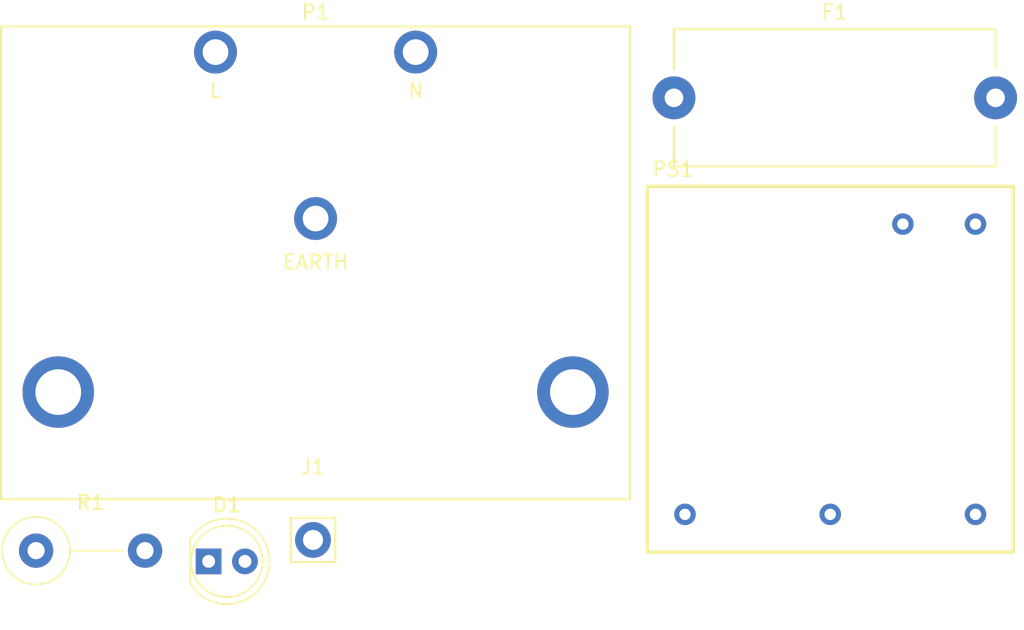
<source format=kicad_pcb>
(kicad_pcb (version 20171130) (host pcbnew "(5.1.4)-1")

  (general
    (thickness 1.6)
    (drawings 0)
    (tracks 0)
    (zones 0)
    (modules 6)
    (nets 8)
  )

  (page A4)
  (layers
    (0 F.Cu signal)
    (31 B.Cu signal)
    (32 B.Adhes user)
    (33 F.Adhes user)
    (34 B.Paste user)
    (35 F.Paste user)
    (36 B.SilkS user)
    (37 F.SilkS user)
    (38 B.Mask user)
    (39 F.Mask user)
    (40 Dwgs.User user)
    (41 Cmts.User user)
    (42 Eco1.User user)
    (43 Eco2.User user)
    (44 Edge.Cuts user)
    (45 Margin user)
    (46 B.CrtYd user)
    (47 F.CrtYd user)
    (48 B.Fab user)
    (49 F.Fab user)
  )

  (setup
    (last_trace_width 0.25)
    (trace_clearance 0.2)
    (zone_clearance 0.508)
    (zone_45_only no)
    (trace_min 0.2)
    (via_size 0.8)
    (via_drill 0.4)
    (via_min_size 0.4)
    (via_min_drill 0.3)
    (uvia_size 0.3)
    (uvia_drill 0.1)
    (uvias_allowed no)
    (uvia_min_size 0.2)
    (uvia_min_drill 0.1)
    (edge_width 0.1)
    (segment_width 0.2)
    (pcb_text_width 0.3)
    (pcb_text_size 1.5 1.5)
    (mod_edge_width 0.15)
    (mod_text_size 1 1)
    (mod_text_width 0.15)
    (pad_size 1.524 1.524)
    (pad_drill 0.762)
    (pad_to_mask_clearance 0)
    (aux_axis_origin 0 0)
    (visible_elements 7FFFFFFF)
    (pcbplotparams
      (layerselection 0x010fc_ffffffff)
      (usegerberextensions false)
      (usegerberattributes false)
      (usegerberadvancedattributes false)
      (creategerberjobfile false)
      (excludeedgelayer true)
      (linewidth 0.100000)
      (plotframeref false)
      (viasonmask false)
      (mode 1)
      (useauxorigin false)
      (hpglpennumber 1)
      (hpglpenspeed 20)
      (hpglpendiameter 15.000000)
      (psnegative false)
      (psa4output false)
      (plotreference true)
      (plotvalue true)
      (plotinvisibletext false)
      (padsonsilk false)
      (subtractmaskfromsilk false)
      (outputformat 1)
      (mirror false)
      (drillshape 1)
      (scaleselection 1)
      (outputdirectory ""))
  )

  (net 0 "")
  (net 1 "Net-(D1-Pad2)")
  (net 2 GND)
  (net 3 "Net-(F1-Pad2)")
  (net 4 +5V)
  (net 5 "Net-(J1-Pad1)")
  (net 6 "Net-(P1-Pad1)")
  (net 7 "Net-(P1-Pad2)")

  (net_class Default "This is the default net class."
    (clearance 0.2)
    (trace_width 0.25)
    (via_dia 0.8)
    (via_drill 0.4)
    (uvia_dia 0.3)
    (uvia_drill 0.1)
    (add_net +5V)
    (add_net GND)
    (add_net "Net-(D1-Pad2)")
    (add_net "Net-(F1-Pad2)")
    (add_net "Net-(J1-Pad1)")
    (add_net "Net-(P1-Pad1)")
    (add_net "Net-(P1-Pad2)")
  )

  (module Resistor_THT:R_Axial_DIN0414_L11.9mm_D4.5mm_P7.62mm_Vertical (layer F.Cu) (tedit 5AE5139B) (tstamp 5D65F3F1)
    (at 147.2515 125.996)
    (descr "Resistor, Axial_DIN0414 series, Axial, Vertical, pin pitch=7.62mm, 2W, length*diameter=11.9*4.5mm^2, http://www.vishay.com/docs/20128/wkxwrx.pdf")
    (tags "Resistor Axial_DIN0414 series Axial Vertical pin pitch 7.62mm 2W length 11.9mm diameter 4.5mm")
    (path /5D671357/5D65D401)
    (fp_text reference R1 (at 3.81 -3.37) (layer F.SilkS)
      (effects (font (size 1 1) (thickness 0.15)))
    )
    (fp_text value R (at 3.81 3.37) (layer F.Fab)
      (effects (font (size 1 1) (thickness 0.15)))
    )
    (fp_text user %R (at 3.81 -3.37) (layer F.Fab)
      (effects (font (size 1 1) (thickness 0.15)))
    )
    (fp_line (start 9.07 -2.5) (end -2.5 -2.5) (layer F.CrtYd) (width 0.05))
    (fp_line (start 9.07 2.5) (end 9.07 -2.5) (layer F.CrtYd) (width 0.05))
    (fp_line (start -2.5 2.5) (end 9.07 2.5) (layer F.CrtYd) (width 0.05))
    (fp_line (start -2.5 -2.5) (end -2.5 2.5) (layer F.CrtYd) (width 0.05))
    (fp_line (start 2.37 0) (end 6.12 0) (layer F.SilkS) (width 0.12))
    (fp_line (start 0 0) (end 7.62 0) (layer F.Fab) (width 0.1))
    (fp_circle (center 0 0) (end 2.37 0) (layer F.SilkS) (width 0.12))
    (fp_circle (center 0 0) (end 2.25 0) (layer F.Fab) (width 0.1))
    (pad 2 thru_hole oval (at 7.62 0) (size 2.4 2.4) (drill 1.2) (layers *.Cu *.Mask)
      (net 4 +5V))
    (pad 1 thru_hole circle (at 0 0) (size 2.4 2.4) (drill 1.2) (layers *.Cu *.Mask)
      (net 1 "Net-(D1-Pad2)"))
    (model ${KISYS3DMOD}/Resistor_THT.3dshapes/R_Axial_DIN0414_L11.9mm_D4.5mm_P7.62mm_Vertical.wrl
      (at (xyz 0 0 0))
      (scale (xyz 1 1 1))
      (rotate (xyz 0 0 0))
    )
  )

  (module Traco:Traco_TMPS_05 (layer F.Cu) (tedit 5D659DCB) (tstamp 5D65F3E2)
    (at 202.8015 113.296)
    (path /5D671357/5D65A404)
    (fp_text reference PS1 (at -11 -14) (layer F.SilkS)
      (effects (font (size 1 1) (thickness 0.15)))
    )
    (fp_text value TMPS_05 (at 0 -14) (layer F.Fab)
      (effects (font (size 1 1) (thickness 0.15)))
    )
    (fp_line (start 12.8 -12.8) (end 12.8 12.8) (layer F.SilkS) (width 0.25))
    (fp_line (start -12.8 -12.8) (end -12.8 12.8) (layer F.SilkS) (width 0.25))
    (fp_line (start -12.8 12.8) (end 12.8 12.8) (layer F.SilkS) (width 0.25))
    (fp_line (start -12.8 -12.8) (end 12.8 -12.8) (layer F.SilkS) (width 0.25))
    (pad 3 thru_hole circle (at -10.16 10.16) (size 1.5 1.5) (drill 0.8) (layers *.Cu *.Mask)
      (net 2 GND))
    (pad 4 thru_hole circle (at 0 10.16) (size 1.5 1.5) (drill 0.8) (layers *.Cu *.Mask))
    (pad 5 thru_hole circle (at 10.16 10.16) (size 1.5 1.5) (drill 0.8) (layers *.Cu *.Mask)
      (net 6 "Net-(P1-Pad1)"))
    (pad 2 thru_hole circle (at 5.08 -10.16) (size 1.5 1.5) (drill 0.8) (layers *.Cu *.Mask)
      (net 3 "Net-(F1-Pad2)"))
    (pad 1 thru_hole circle (at 10.16 -10.16) (size 1.5 1.5) (drill 0.8) (layers *.Cu *.Mask))
    (model ${BBLIB_3D_NONFREE}/Traco.3dshapes/tmps05.stp
      (offset (xyz 0 0 16.7))
      (scale (xyz 1 1 1))
      (rotate (xyz 0 180 -90))
    )
  )

  (module Bulgin:PF0030PC (layer F.Cu) (tedit 5D55DAAA) (tstamp 5D65F3D5)
    (at 166.8015 106.796)
    (path /5D671357/5D67148B)
    (fp_text reference P1 (at 0 -18.5) (layer F.SilkS)
      (effects (font (size 1 1) (thickness 0.15)))
    )
    (fp_text value Conn_WallPlug_Earth (at 0 5.5) (layer F.Fab)
      (effects (font (size 1 1) (thickness 0.15)))
    )
    (fp_text user EARTH (at 0 -1) (layer F.SilkS)
      (effects (font (size 1 1) (thickness 0.15)))
    )
    (fp_text user N (at 7 -13) (layer F.SilkS)
      (effects (font (size 1 1) (thickness 0.15)))
    )
    (fp_text user L (at -7 -13) (layer F.SilkS)
      (effects (font (size 1 1) (thickness 0.15)))
    )
    (fp_line (start 22 15.6) (end 22 -17.5) (layer F.SilkS) (width 0.15))
    (fp_line (start -22 -17.5) (end -22 15.6) (layer F.SilkS) (width 0.15))
    (fp_line (start -22 15.6) (end 22 15.6) (layer F.SilkS) (width 0.15))
    (fp_line (start -22 -17.5) (end 22 -17.5) (layer F.SilkS) (width 0.15))
    (pad "" np_thru_hole circle (at -18 8.1) (size 5 5) (drill 3.2) (layers *.Cu *.Mask))
    (pad "" np_thru_hole circle (at 18 8.1) (size 5 5) (drill 3.2) (layers *.Cu *.Mask))
    (pad 3 thru_hole circle (at 0 -4.05) (size 3 3) (drill 1.8) (layers *.Cu *.Mask)
      (net 5 "Net-(J1-Pad1)"))
    (pad 1 thru_hole circle (at -7 -15.7) (size 3 3) (drill 1.8) (layers *.Cu *.Mask)
      (net 6 "Net-(P1-Pad1)"))
    (pad 2 thru_hole circle (at 7 -15.7) (size 3 3) (drill 1.8) (layers *.Cu *.Mask)
      (net 7 "Net-(P1-Pad2)"))
    (model ${BBLIB_3D_NONFREE}/Bulgin.3dshapes/PF0030PC.step
      (offset (xyz 0 -13.7 18.8))
      (scale (xyz 1 1 1))
      (rotate (xyz 0 0 90))
    )
  )

  (module Collection:Terminal_Pin_D1.3_L10.0_PL4.0 (layer F.Cu) (tedit 5D58969B) (tstamp 5D65F3C5)
    (at 166.6215 125.246)
    (descr "Through hole pin header")
    (tags "pin header")
    (path /5D671357/5D65EE89)
    (fp_text reference J1 (at 0 -5.1) (layer F.SilkS)
      (effects (font (size 1 1) (thickness 0.15)))
    )
    (fp_text value Earth (at 0 -3.1) (layer F.Fab)
      (effects (font (size 1 1) (thickness 0.15)))
    )
    (fp_line (start -1.55 1.55) (end 1.55 1.55) (layer F.SilkS) (width 0.15))
    (fp_line (start -1.55 -1.55) (end 1.55 -1.55) (layer F.SilkS) (width 0.15))
    (fp_line (start -1.55 1.55) (end -1.55 -1.55) (layer F.SilkS) (width 0.15))
    (fp_line (start -1.75 1.75) (end 1.75 1.75) (layer F.CrtYd) (width 0.05))
    (fp_line (start -1.75 -1.75) (end 1.75 -1.75) (layer F.CrtYd) (width 0.05))
    (fp_line (start 1.75 -1.75) (end 1.75 1.75) (layer F.CrtYd) (width 0.05))
    (fp_line (start -1.75 -1.75) (end -1.75 1.75) (layer F.CrtYd) (width 0.05))
    (fp_line (start 1.55 -1.55) (end 1.55 1.55) (layer F.SilkS) (width 0.15))
    (pad 1 thru_hole circle (at 0 0) (size 2.5 2.5) (drill 1.4) (layers *.Cu *.Mask)
      (net 5 "Net-(J1-Pad1)"))
    (model ${BBLIB_3D}/Collection.3dshapes/Terminal_Pin_D1.3_L10.0_PL4.0.step
      (offset (xyz 0 0 -4))
      (scale (xyz 1 1 1))
      (rotate (xyz 0 0 90))
    )
  )

  (module Schurter:Fuse_holder_20x5_22.5 (layer F.Cu) (tedit 5D647810) (tstamp 5D65F3B8)
    (at 191.86746 94.296)
    (descr http://www.schurter.com/var/schurter/storage/ilcatalogue/files/document/datasheet/en/pdf/typ_OGN.pdf)
    (tags "Fuseholder horizontal open 5x20 Schurter 0031.8201")
    (path /5D671357/5D65C135)
    (fp_text reference F1 (at 11.25 -6) (layer F.SilkS)
      (effects (font (size 1 1) (thickness 0.15)))
    )
    (fp_text value Fuse (at 11.25 6) (layer F.Fab)
      (effects (font (size 1 1) (thickness 0.15)))
    )
    (fp_line (start 0 4.8) (end 0 2) (layer F.SilkS) (width 0.15))
    (fp_line (start 22.75 1.95) (end 22.75 5.05) (layer F.CrtYd) (width 0.05))
    (fp_line (start 22.75 -1.95) (end 22.75 -5.05) (layer F.CrtYd) (width 0.05))
    (fp_line (start -0.25 -1.95) (end -0.25 -5.05) (layer F.CrtYd) (width 0.05))
    (fp_line (start 0 4.8) (end 22.5 4.8) (layer F.SilkS) (width 0.15))
    (fp_line (start -0.25 -5.05) (end 22.75 -5.05) (layer F.CrtYd) (width 0.05))
    (fp_line (start 22.75 5.05) (end -0.25 5.05) (layer F.CrtYd) (width 0.05))
    (fp_line (start 0 -4.8) (end 22.5 -4.8) (layer F.SilkS) (width 0.15))
    (fp_line (start 0 -2) (end 0 -4.8) (layer F.SilkS) (width 0.15))
    (fp_line (start 22.5 -2) (end 22.5 -4.8) (layer F.SilkS) (width 0.15))
    (fp_line (start 22.5 4.8) (end 22.5 2) (layer F.SilkS) (width 0.15))
    (fp_line (start -0.25 5.05) (end -0.25 1.95) (layer F.CrtYd) (width 0.05))
    (fp_arc (start 0 0) (end -0.25 1.95) (angle 165.3) (layer F.CrtYd) (width 0.05))
    (fp_arc (start 22.5 0) (end 22.75 -1.95) (angle 165.3) (layer F.CrtYd) (width 0.05))
    (pad "" np_thru_hole circle (at 11.25 0) (size 2.7 2.7) (drill 2.7) (layers *.Cu *.Mask))
    (pad 2 thru_hole circle (at 22.5 0) (size 3 3) (drill 1.3) (layers *.Cu *.Mask)
      (net 3 "Net-(F1-Pad2)"))
    (pad 1 thru_hole circle (at 0 0) (size 3 3) (drill 1.3) (layers *.Cu *.Mask)
      (net 4 +5V))
    (model ${BBLIB_3D_NONFREE}/Schurter.3dshapes/Fuse_holder_20x5_22.5.step
      (offset (xyz 11.25 0 0))
      (scale (xyz 1 1 1))
      (rotate (xyz -90 0 0))
    )
  )

  (module LED_THT:LED_D5.0mm (layer F.Cu) (tedit 5995936A) (tstamp 5D65F3A3)
    (at 159.3215 126.746)
    (descr "LED, diameter 5.0mm, 2 pins, http://cdn-reichelt.de/documents/datenblatt/A500/LL-504BC2E-009.pdf")
    (tags "LED diameter 5.0mm 2 pins")
    (path /5D671357/5D65DAAC)
    (fp_text reference D1 (at 1.27 -3.96) (layer F.SilkS)
      (effects (font (size 1 1) (thickness 0.15)))
    )
    (fp_text value LED (at 1.27 3.96) (layer F.Fab)
      (effects (font (size 1 1) (thickness 0.15)))
    )
    (fp_text user %R (at 1.25 0) (layer F.Fab)
      (effects (font (size 0.8 0.8) (thickness 0.2)))
    )
    (fp_line (start 4.5 -3.25) (end -1.95 -3.25) (layer F.CrtYd) (width 0.05))
    (fp_line (start 4.5 3.25) (end 4.5 -3.25) (layer F.CrtYd) (width 0.05))
    (fp_line (start -1.95 3.25) (end 4.5 3.25) (layer F.CrtYd) (width 0.05))
    (fp_line (start -1.95 -3.25) (end -1.95 3.25) (layer F.CrtYd) (width 0.05))
    (fp_line (start -1.29 -1.545) (end -1.29 1.545) (layer F.SilkS) (width 0.12))
    (fp_line (start -1.23 -1.469694) (end -1.23 1.469694) (layer F.Fab) (width 0.1))
    (fp_circle (center 1.27 0) (end 3.77 0) (layer F.SilkS) (width 0.12))
    (fp_circle (center 1.27 0) (end 3.77 0) (layer F.Fab) (width 0.1))
    (fp_arc (start 1.27 0) (end -1.29 1.54483) (angle -148.9) (layer F.SilkS) (width 0.12))
    (fp_arc (start 1.27 0) (end -1.29 -1.54483) (angle 148.9) (layer F.SilkS) (width 0.12))
    (fp_arc (start 1.27 0) (end -1.23 -1.469694) (angle 299.1) (layer F.Fab) (width 0.1))
    (pad 2 thru_hole circle (at 2.54 0) (size 1.8 1.8) (drill 0.9) (layers *.Cu *.Mask)
      (net 1 "Net-(D1-Pad2)"))
    (pad 1 thru_hole rect (at 0 0) (size 1.8 1.8) (drill 0.9) (layers *.Cu *.Mask)
      (net 2 GND))
    (model ${KISYS3DMOD}/LED_THT.3dshapes/LED_D5.0mm.wrl
      (at (xyz 0 0 0))
      (scale (xyz 1 1 1))
      (rotate (xyz 0 0 0))
    )
  )

)

</source>
